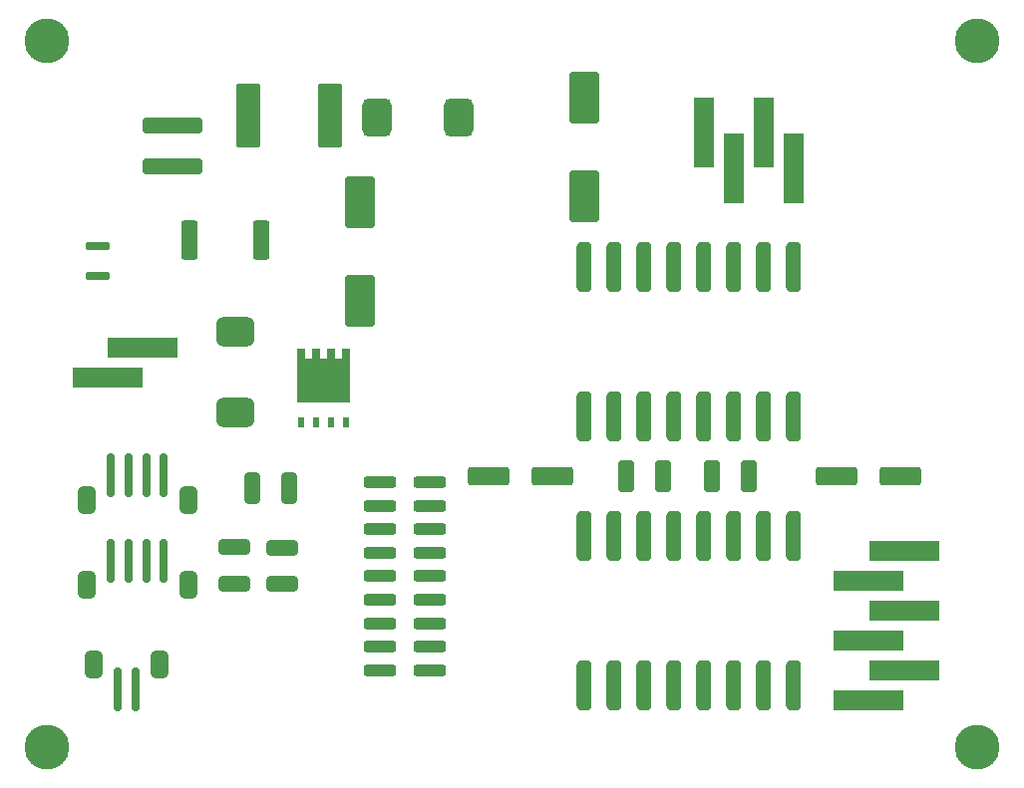
<source format=gbr>
%TF.GenerationSoftware,KiCad,Pcbnew,7.0.10*%
%TF.CreationDate,2024-03-01T15:17:48+01:00*%
%TF.ProjectId,arenaPCBv2,6172656e-6150-4434-9276-322e6b696361,rev?*%
%TF.SameCoordinates,Original*%
%TF.FileFunction,Soldermask,Top*%
%TF.FilePolarity,Negative*%
%FSLAX46Y46*%
G04 Gerber Fmt 4.6, Leading zero omitted, Abs format (unit mm)*
G04 Created by KiCad (PCBNEW 7.0.10) date 2024-03-01 15:17:48*
%MOMM*%
%LPD*%
G01*
G04 APERTURE LIST*
G04 Aperture macros list*
%AMRoundRect*
0 Rectangle with rounded corners*
0 $1 Rounding radius*
0 $2 $3 $4 $5 $6 $7 $8 $9 X,Y pos of 4 corners*
0 Add a 4 corners polygon primitive as box body*
4,1,4,$2,$3,$4,$5,$6,$7,$8,$9,$2,$3,0*
0 Add four circle primitives for the rounded corners*
1,1,$1+$1,$2,$3*
1,1,$1+$1,$4,$5*
1,1,$1+$1,$6,$7*
1,1,$1+$1,$8,$9*
0 Add four rect primitives between the rounded corners*
20,1,$1+$1,$2,$3,$4,$5,0*
20,1,$1+$1,$4,$5,$6,$7,0*
20,1,$1+$1,$6,$7,$8,$9,0*
20,1,$1+$1,$8,$9,$2,$3,0*%
G04 Aperture macros list end*
%ADD10R,0.508000X0.838200*%
%ADD11R,4.419600X3.759206*%
%ADD12R,0.609600X0.812800*%
%ADD13RoundRect,0.350000X-2.200000X0.350000X-2.200000X-0.350000X2.200000X-0.350000X2.200000X0.350000X0*%
%ADD14RoundRect,0.250000X-1.125000X0.250000X-1.125000X-0.250000X1.125000X-0.250000X1.125000X0.250000X0*%
%ADD15C,3.800000*%
%ADD16RoundRect,0.250000X-1.075000X0.400000X-1.075000X-0.400000X1.075000X-0.400000X1.075000X0.400000X0*%
%ADD17RoundRect,0.317500X0.317500X1.782500X-0.317500X1.782500X-0.317500X-1.782500X0.317500X-1.782500X0*%
%ADD18RoundRect,0.317500X-0.317500X-1.782500X0.317500X-1.782500X0.317500X1.782500X-0.317500X1.782500X0*%
%ADD19RoundRect,0.250000X0.400000X1.075000X-0.400000X1.075000X-0.400000X-1.075000X0.400000X-1.075000X0*%
%ADD20RoundRect,0.249999X0.450001X1.425001X-0.450001X1.425001X-0.450001X-1.425001X0.450001X-1.425001X0*%
%ADD21R,5.969000X1.778000*%
%ADD22R,1.778000X5.969000*%
%ADD23RoundRect,0.172500X0.867500X-0.172500X0.867500X0.172500X-0.867500X0.172500X-0.867500X-0.172500X0*%
%ADD24RoundRect,0.175000X-0.175000X-1.675000X0.175000X-1.675000X0.175000X1.675000X-0.175000X1.675000X0*%
%ADD25RoundRect,0.375000X-0.375000X-0.775000X0.375000X-0.775000X0.375000X0.775000X-0.375000X0.775000X0*%
%ADD26RoundRect,0.175000X0.175000X1.675000X-0.175000X1.675000X-0.175000X-1.675000X0.175000X-1.675000X0*%
%ADD27RoundRect,0.375000X0.375000X0.775000X-0.375000X0.775000X-0.375000X-0.775000X0.375000X-0.775000X0*%
%ADD28RoundRect,0.250001X-0.799999X-2.474999X0.799999X-2.474999X0.799999X2.474999X-0.799999X2.474999X0*%
%ADD29RoundRect,0.625000X-1.025000X0.625000X-1.025000X-0.625000X1.025000X-0.625000X1.025000X0.625000X0*%
%ADD30RoundRect,0.625000X-0.625000X-1.025000X0.625000X-1.025000X0.625000X1.025000X-0.625000X1.025000X0*%
%ADD31RoundRect,0.250000X-1.500000X-0.550000X1.500000X-0.550000X1.500000X0.550000X-1.500000X0.550000X0*%
%ADD32RoundRect,0.250000X0.412500X1.100000X-0.412500X1.100000X-0.412500X-1.100000X0.412500X-1.100000X0*%
%ADD33RoundRect,0.250000X-0.412500X-1.100000X0.412500X-1.100000X0.412500X1.100000X-0.412500X1.100000X0*%
%ADD34RoundRect,0.250000X1.500000X0.550000X-1.500000X0.550000X-1.500000X-0.550000X1.500000X-0.550000X0*%
%ADD35RoundRect,0.250000X1.000000X-1.950000X1.000000X1.950000X-1.000000X1.950000X-1.000000X-1.950000X0*%
%ADD36RoundRect,0.250000X-1.000000X1.950000X-1.000000X-1.950000X1.000000X-1.950000X1.000000X1.950000X0*%
G04 APERTURE END LIST*
%TO.C,Q1*%
G36*
X129899800Y-83993899D02*
G01*
X130560200Y-83993899D01*
X130560200Y-83181099D01*
X131169800Y-83181099D01*
X131169800Y-83993899D01*
X131830200Y-83993899D01*
X131830200Y-83181099D01*
X132439800Y-83181099D01*
X132439800Y-83993899D01*
X133100200Y-83993899D01*
X133100200Y-83181099D01*
X133709800Y-83181099D01*
X133709800Y-87753109D01*
X129290200Y-87753109D01*
X129290200Y-83181099D01*
X129899800Y-83181099D01*
X129899800Y-83993899D01*
G37*
%TD*%
D10*
%TO.C,Q1*%
X133405000Y-89412501D03*
D11*
X131500000Y-85873506D03*
D12*
X129595000Y-83587499D03*
X130865000Y-83587499D03*
X132135000Y-83587499D03*
X133405000Y-83587499D03*
D10*
X129595000Y-89412501D03*
X130865000Y-89412501D03*
X132135000Y-89412501D03*
%TD*%
D13*
%TO.C,J6*%
X118650000Y-67663000D03*
X118650000Y-64163000D03*
%TD*%
D14*
%TO.C,J9*%
X140500000Y-94500000D03*
X136250000Y-94500000D03*
X140500000Y-96500000D03*
X136250000Y-96500000D03*
X140500000Y-98500000D03*
X136250000Y-98500000D03*
X140500000Y-100500000D03*
X136250000Y-100500000D03*
X140500000Y-102500000D03*
X136250000Y-102500000D03*
X140500000Y-104500000D03*
X136250000Y-104500000D03*
X140500000Y-106500000D03*
X136250000Y-106500000D03*
X140500000Y-108500000D03*
X136250000Y-108500000D03*
X140500000Y-110500000D03*
X136250000Y-110500000D03*
%TD*%
D15*
%TO.C,M.2*%
X108000000Y-117000000D03*
%TD*%
%TO.C,M.2*%
X187000000Y-117000000D03*
%TD*%
%TO.C,M\u002C2*%
X187000000Y-57000000D03*
%TD*%
%TO.C,M.2*%
X108000000Y-57000000D03*
%TD*%
D16*
%TO.C,R3*%
X123952000Y-103100000D03*
X123952000Y-100000000D03*
%TD*%
D17*
%TO.C,U2*%
X171450000Y-111760000D03*
X168910000Y-111760000D03*
X166370000Y-111760000D03*
X163830000Y-111760000D03*
X161290000Y-111760000D03*
X158750000Y-111760000D03*
X156210000Y-111760000D03*
X153670000Y-111760000D03*
X153670000Y-99060000D03*
X156210000Y-99060000D03*
X158750000Y-99060000D03*
X161290000Y-99060000D03*
X163830000Y-99060000D03*
X166370000Y-99060000D03*
X168910000Y-99060000D03*
X171450000Y-99060000D03*
%TD*%
D18*
%TO.C,U1*%
X153670000Y-76200000D03*
X156210000Y-76200000D03*
X158750000Y-76200000D03*
X161290000Y-76200000D03*
X163830000Y-76200000D03*
X166370000Y-76200000D03*
X168910000Y-76200000D03*
X171450000Y-76200000D03*
X171450000Y-88900000D03*
X168910000Y-88900000D03*
X166370000Y-88900000D03*
X163830000Y-88900000D03*
X161290000Y-88900000D03*
X158750000Y-88900000D03*
X156210000Y-88900000D03*
X153670000Y-88900000D03*
%TD*%
D19*
%TO.C,R4*%
X125450000Y-94996000D03*
X128550000Y-94996000D03*
%TD*%
D16*
%TO.C,R2*%
X128016000Y-100050000D03*
X128016000Y-103150000D03*
%TD*%
D20*
%TO.C,R1*%
X126240000Y-73914000D03*
X120140000Y-73914000D03*
%TD*%
D21*
%TO.C,J8*%
X180839999Y-100330000D03*
X177800000Y-102870000D03*
X180839999Y-105410000D03*
X177800000Y-107950000D03*
X180839999Y-110490000D03*
X177800000Y-113030000D03*
%TD*%
D22*
%TO.C,J7*%
X163830000Y-64770000D03*
X166370000Y-67809999D03*
X168910000Y-64770000D03*
X171450000Y-67809999D03*
%TD*%
D23*
%TO.C,J5*%
X112297500Y-76961800D03*
X112297500Y-74421800D03*
%TD*%
D24*
%TO.C,J4*%
X117950000Y-101150000D03*
X116450000Y-101150000D03*
X114950000Y-101150000D03*
X113450000Y-101150000D03*
D25*
X120000000Y-103250000D03*
X111400000Y-103250000D03*
%TD*%
D26*
%TO.C,J3*%
X114050000Y-112100000D03*
X115550000Y-112100000D03*
D27*
X112000000Y-110000000D03*
X117600000Y-110000000D03*
%TD*%
D24*
%TO.C,J2*%
X117950000Y-93900000D03*
X116450000Y-93900000D03*
X114950000Y-93900000D03*
X113450000Y-93900000D03*
D25*
X120000000Y-96000000D03*
X111400000Y-96000000D03*
%TD*%
D21*
%TO.C,J1*%
X113133600Y-85636520D03*
X116173599Y-83096520D03*
%TD*%
D28*
%TO.C,F1*%
X125130000Y-63373000D03*
X132080000Y-63373000D03*
%TD*%
D29*
%TO.C,D2*%
X124000000Y-81698000D03*
X124000000Y-88598000D03*
%TD*%
D30*
%TO.C,D1*%
X136052000Y-63500000D03*
X142952000Y-63500000D03*
%TD*%
D31*
%TO.C,C6*%
X180500000Y-93980000D03*
X175100000Y-93980000D03*
%TD*%
D32*
%TO.C,C5*%
X164515000Y-93980000D03*
X167640000Y-93980000D03*
%TD*%
D33*
%TO.C,C4*%
X160312500Y-93980000D03*
X157187500Y-93980000D03*
%TD*%
D34*
%TO.C,C3*%
X145540000Y-93980000D03*
X150940000Y-93980000D03*
%TD*%
D35*
%TO.C,C2*%
X153670000Y-70240000D03*
X153670000Y-61840000D03*
%TD*%
D36*
%TO.C,C1*%
X134620000Y-70730000D03*
X134620000Y-79130000D03*
%TD*%
M02*

</source>
